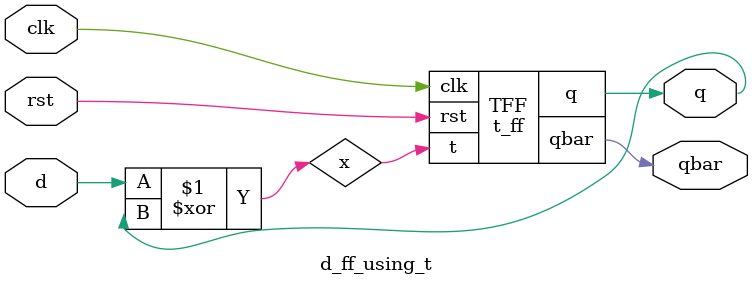
<source format=v>
`timescale 1ns / 1ps

module t_ff(input clk,rst,t,output reg q=0,output qbar);
assign qbar=~q;
always@(posedge clk)
begin
if(rst)
q<=1'b0;
else
if(t)
q<=~q;
else
q<=q;
end
endmodule

module d_ff_using_t(
    input clk,
    input rst,
    input d,
    output q,
    output qbar
    );
    wire x;
    assign x=d^q;
    t_ff TFF(clk,rst,x,q,qbar);
endmodule

</source>
